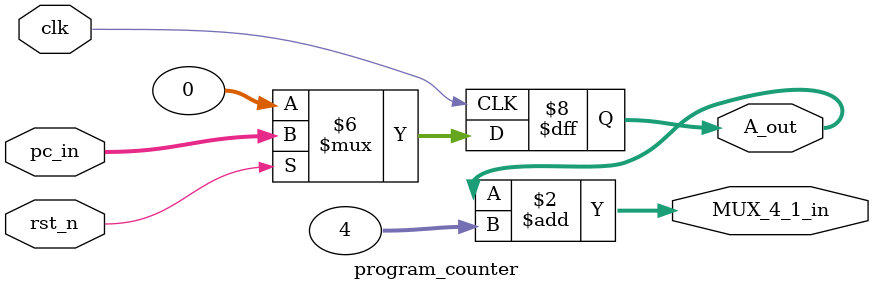
<source format=sv>
module program_counter#(parameter PROG_VALUE = 32)
(
input clk,
input rst_n,
input [31:0] pc_in,
output logic [31:0] MUX_4_1_in,
output logic [PROG_VALUE-1:0] A_out
);

//initial A_out = -4;

//always @(posedge clk or negedge rst_n)
//begin
 //  if(!rst_n)
//        A_out <= 0;
 //  else
 //       begin
 //           if(PCSel)
 //               A_out <= ALU_out;
 //           else
 //               A_out <= A_out + 4;
 //       end   
//end


always_comb
begin
    MUX_4_1_in = A_out + 4;  // pc + 4 adder
end




always @(posedge clk) begin
if (!rst_n)	A_out <= 32'h0000_0000;
else  		A_out <= pc_in;
end



endmodule
</source>
